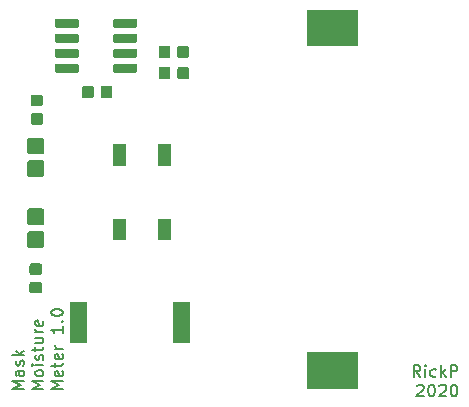
<source format=gbr>
G04 #@! TF.GenerationSoftware,KiCad,Pcbnew,(5.1.4-0-10_14)*
G04 #@! TF.CreationDate,2020-05-18T15:00:38+02:00*
G04 #@! TF.ProjectId,maskmeter,6d61736b-6d65-4746-9572-2e6b69636164,rev?*
G04 #@! TF.SameCoordinates,Original*
G04 #@! TF.FileFunction,Soldermask,Top*
G04 #@! TF.FilePolarity,Negative*
%FSLAX46Y46*%
G04 Gerber Fmt 4.6, Leading zero omitted, Abs format (unit mm)*
G04 Created by KiCad (PCBNEW (5.1.4-0-10_14)) date 2020-05-18 15:00:38*
%MOMM*%
%LPD*%
G04 APERTURE LIST*
%ADD10C,0.150000*%
%ADD11C,0.100000*%
G04 APERTURE END LIST*
D10*
X136569166Y-105627380D02*
X136235833Y-105151190D01*
X135997738Y-105627380D02*
X135997738Y-104627380D01*
X136378690Y-104627380D01*
X136473928Y-104675000D01*
X136521547Y-104722619D01*
X136569166Y-104817857D01*
X136569166Y-104960714D01*
X136521547Y-105055952D01*
X136473928Y-105103571D01*
X136378690Y-105151190D01*
X135997738Y-105151190D01*
X136997738Y-105627380D02*
X136997738Y-104960714D01*
X136997738Y-104627380D02*
X136950119Y-104675000D01*
X136997738Y-104722619D01*
X137045357Y-104675000D01*
X136997738Y-104627380D01*
X136997738Y-104722619D01*
X137902500Y-105579761D02*
X137807261Y-105627380D01*
X137616785Y-105627380D01*
X137521547Y-105579761D01*
X137473928Y-105532142D01*
X137426309Y-105436904D01*
X137426309Y-105151190D01*
X137473928Y-105055952D01*
X137521547Y-105008333D01*
X137616785Y-104960714D01*
X137807261Y-104960714D01*
X137902500Y-105008333D01*
X138331071Y-105627380D02*
X138331071Y-104627380D01*
X138426309Y-105246428D02*
X138712023Y-105627380D01*
X138712023Y-104960714D02*
X138331071Y-105341666D01*
X139140595Y-105627380D02*
X139140595Y-104627380D01*
X139521547Y-104627380D01*
X139616785Y-104675000D01*
X139664404Y-104722619D01*
X139712023Y-104817857D01*
X139712023Y-104960714D01*
X139664404Y-105055952D01*
X139616785Y-105103571D01*
X139521547Y-105151190D01*
X139140595Y-105151190D01*
X136283452Y-106372619D02*
X136331071Y-106325000D01*
X136426309Y-106277380D01*
X136664404Y-106277380D01*
X136759642Y-106325000D01*
X136807261Y-106372619D01*
X136854880Y-106467857D01*
X136854880Y-106563095D01*
X136807261Y-106705952D01*
X136235833Y-107277380D01*
X136854880Y-107277380D01*
X137473928Y-106277380D02*
X137569166Y-106277380D01*
X137664404Y-106325000D01*
X137712023Y-106372619D01*
X137759642Y-106467857D01*
X137807261Y-106658333D01*
X137807261Y-106896428D01*
X137759642Y-107086904D01*
X137712023Y-107182142D01*
X137664404Y-107229761D01*
X137569166Y-107277380D01*
X137473928Y-107277380D01*
X137378690Y-107229761D01*
X137331071Y-107182142D01*
X137283452Y-107086904D01*
X137235833Y-106896428D01*
X137235833Y-106658333D01*
X137283452Y-106467857D01*
X137331071Y-106372619D01*
X137378690Y-106325000D01*
X137473928Y-106277380D01*
X138188214Y-106372619D02*
X138235833Y-106325000D01*
X138331071Y-106277380D01*
X138569166Y-106277380D01*
X138664404Y-106325000D01*
X138712023Y-106372619D01*
X138759642Y-106467857D01*
X138759642Y-106563095D01*
X138712023Y-106705952D01*
X138140595Y-107277380D01*
X138759642Y-107277380D01*
X139378690Y-106277380D02*
X139473928Y-106277380D01*
X139569166Y-106325000D01*
X139616785Y-106372619D01*
X139664404Y-106467857D01*
X139712023Y-106658333D01*
X139712023Y-106896428D01*
X139664404Y-107086904D01*
X139616785Y-107182142D01*
X139569166Y-107229761D01*
X139473928Y-107277380D01*
X139378690Y-107277380D01*
X139283452Y-107229761D01*
X139235833Y-107182142D01*
X139188214Y-107086904D01*
X139140595Y-106896428D01*
X139140595Y-106658333D01*
X139188214Y-106467857D01*
X139235833Y-106372619D01*
X139283452Y-106325000D01*
X139378690Y-106277380D01*
X103002380Y-106664404D02*
X102002380Y-106664404D01*
X102716666Y-106331071D01*
X102002380Y-105997738D01*
X103002380Y-105997738D01*
X103002380Y-105092976D02*
X102478571Y-105092976D01*
X102383333Y-105140595D01*
X102335714Y-105235833D01*
X102335714Y-105426309D01*
X102383333Y-105521547D01*
X102954761Y-105092976D02*
X103002380Y-105188214D01*
X103002380Y-105426309D01*
X102954761Y-105521547D01*
X102859523Y-105569166D01*
X102764285Y-105569166D01*
X102669047Y-105521547D01*
X102621428Y-105426309D01*
X102621428Y-105188214D01*
X102573809Y-105092976D01*
X102954761Y-104664404D02*
X103002380Y-104569166D01*
X103002380Y-104378690D01*
X102954761Y-104283452D01*
X102859523Y-104235833D01*
X102811904Y-104235833D01*
X102716666Y-104283452D01*
X102669047Y-104378690D01*
X102669047Y-104521547D01*
X102621428Y-104616785D01*
X102526190Y-104664404D01*
X102478571Y-104664404D01*
X102383333Y-104616785D01*
X102335714Y-104521547D01*
X102335714Y-104378690D01*
X102383333Y-104283452D01*
X103002380Y-103807261D02*
X102002380Y-103807261D01*
X102621428Y-103712023D02*
X103002380Y-103426309D01*
X102335714Y-103426309D02*
X102716666Y-103807261D01*
X104652380Y-106664404D02*
X103652380Y-106664404D01*
X104366666Y-106331071D01*
X103652380Y-105997738D01*
X104652380Y-105997738D01*
X104652380Y-105378690D02*
X104604761Y-105473928D01*
X104557142Y-105521547D01*
X104461904Y-105569166D01*
X104176190Y-105569166D01*
X104080952Y-105521547D01*
X104033333Y-105473928D01*
X103985714Y-105378690D01*
X103985714Y-105235833D01*
X104033333Y-105140595D01*
X104080952Y-105092976D01*
X104176190Y-105045357D01*
X104461904Y-105045357D01*
X104557142Y-105092976D01*
X104604761Y-105140595D01*
X104652380Y-105235833D01*
X104652380Y-105378690D01*
X104652380Y-104616785D02*
X103985714Y-104616785D01*
X103652380Y-104616785D02*
X103700000Y-104664404D01*
X103747619Y-104616785D01*
X103700000Y-104569166D01*
X103652380Y-104616785D01*
X103747619Y-104616785D01*
X104604761Y-104188214D02*
X104652380Y-104092976D01*
X104652380Y-103902500D01*
X104604761Y-103807261D01*
X104509523Y-103759642D01*
X104461904Y-103759642D01*
X104366666Y-103807261D01*
X104319047Y-103902500D01*
X104319047Y-104045357D01*
X104271428Y-104140595D01*
X104176190Y-104188214D01*
X104128571Y-104188214D01*
X104033333Y-104140595D01*
X103985714Y-104045357D01*
X103985714Y-103902500D01*
X104033333Y-103807261D01*
X103985714Y-103473928D02*
X103985714Y-103092976D01*
X103652380Y-103331071D02*
X104509523Y-103331071D01*
X104604761Y-103283452D01*
X104652380Y-103188214D01*
X104652380Y-103092976D01*
X103985714Y-102331071D02*
X104652380Y-102331071D01*
X103985714Y-102759642D02*
X104509523Y-102759642D01*
X104604761Y-102712023D01*
X104652380Y-102616785D01*
X104652380Y-102473928D01*
X104604761Y-102378690D01*
X104557142Y-102331071D01*
X104652380Y-101854880D02*
X103985714Y-101854880D01*
X104176190Y-101854880D02*
X104080952Y-101807261D01*
X104033333Y-101759642D01*
X103985714Y-101664404D01*
X103985714Y-101569166D01*
X104604761Y-100854880D02*
X104652380Y-100950119D01*
X104652380Y-101140595D01*
X104604761Y-101235833D01*
X104509523Y-101283452D01*
X104128571Y-101283452D01*
X104033333Y-101235833D01*
X103985714Y-101140595D01*
X103985714Y-100950119D01*
X104033333Y-100854880D01*
X104128571Y-100807261D01*
X104223809Y-100807261D01*
X104319047Y-101283452D01*
X106302380Y-106664404D02*
X105302380Y-106664404D01*
X106016666Y-106331071D01*
X105302380Y-105997738D01*
X106302380Y-105997738D01*
X106254761Y-105140595D02*
X106302380Y-105235833D01*
X106302380Y-105426309D01*
X106254761Y-105521547D01*
X106159523Y-105569166D01*
X105778571Y-105569166D01*
X105683333Y-105521547D01*
X105635714Y-105426309D01*
X105635714Y-105235833D01*
X105683333Y-105140595D01*
X105778571Y-105092976D01*
X105873809Y-105092976D01*
X105969047Y-105569166D01*
X105635714Y-104807261D02*
X105635714Y-104426309D01*
X105302380Y-104664404D02*
X106159523Y-104664404D01*
X106254761Y-104616785D01*
X106302380Y-104521547D01*
X106302380Y-104426309D01*
X106254761Y-103712023D02*
X106302380Y-103807261D01*
X106302380Y-103997738D01*
X106254761Y-104092976D01*
X106159523Y-104140595D01*
X105778571Y-104140595D01*
X105683333Y-104092976D01*
X105635714Y-103997738D01*
X105635714Y-103807261D01*
X105683333Y-103712023D01*
X105778571Y-103664404D01*
X105873809Y-103664404D01*
X105969047Y-104140595D01*
X106302380Y-103235833D02*
X105635714Y-103235833D01*
X105826190Y-103235833D02*
X105730952Y-103188214D01*
X105683333Y-103140595D01*
X105635714Y-103045357D01*
X105635714Y-102950119D01*
X106302380Y-101331071D02*
X106302380Y-101902500D01*
X106302380Y-101616785D02*
X105302380Y-101616785D01*
X105445238Y-101712023D01*
X105540476Y-101807261D01*
X105588095Y-101902500D01*
X106207142Y-100902500D02*
X106254761Y-100854880D01*
X106302380Y-100902500D01*
X106254761Y-100950119D01*
X106207142Y-100902500D01*
X106302380Y-100902500D01*
X105302380Y-100235833D02*
X105302380Y-100140595D01*
X105350000Y-100045357D01*
X105397619Y-99997738D01*
X105492857Y-99950119D01*
X105683333Y-99902500D01*
X105921428Y-99902500D01*
X106111904Y-99950119D01*
X106207142Y-99997738D01*
X106254761Y-100045357D01*
X106302380Y-100140595D01*
X106302380Y-100235833D01*
X106254761Y-100331071D01*
X106207142Y-100378690D01*
X106111904Y-100426309D01*
X105921428Y-100473928D01*
X105683333Y-100473928D01*
X105492857Y-100426309D01*
X105397619Y-100378690D01*
X105350000Y-100331071D01*
X105302380Y-100235833D01*
D11*
G36*
X131251000Y-106651000D02*
G01*
X126949000Y-106651000D01*
X126949000Y-103549000D01*
X131251000Y-103549000D01*
X131251000Y-106651000D01*
X131251000Y-106651000D01*
G37*
G36*
X108351000Y-102751000D02*
G01*
X106949000Y-102751000D01*
X106949000Y-99249000D01*
X108351000Y-99249000D01*
X108351000Y-102751000D01*
X108351000Y-102751000D01*
G37*
G36*
X117051000Y-102751000D02*
G01*
X115649000Y-102751000D01*
X115649000Y-99249000D01*
X117051000Y-99249000D01*
X117051000Y-102751000D01*
X117051000Y-102751000D01*
G37*
G36*
X104379591Y-97590585D02*
G01*
X104413569Y-97600893D01*
X104444890Y-97617634D01*
X104472339Y-97640161D01*
X104494866Y-97667610D01*
X104511607Y-97698931D01*
X104521915Y-97732909D01*
X104526000Y-97774390D01*
X104526000Y-98375610D01*
X104521915Y-98417091D01*
X104511607Y-98451069D01*
X104494866Y-98482390D01*
X104472339Y-98509839D01*
X104444890Y-98532366D01*
X104413569Y-98549107D01*
X104379591Y-98559415D01*
X104338110Y-98563500D01*
X103661890Y-98563500D01*
X103620409Y-98559415D01*
X103586431Y-98549107D01*
X103555110Y-98532366D01*
X103527661Y-98509839D01*
X103505134Y-98482390D01*
X103488393Y-98451069D01*
X103478085Y-98417091D01*
X103474000Y-98375610D01*
X103474000Y-97774390D01*
X103478085Y-97732909D01*
X103488393Y-97698931D01*
X103505134Y-97667610D01*
X103527661Y-97640161D01*
X103555110Y-97617634D01*
X103586431Y-97600893D01*
X103620409Y-97590585D01*
X103661890Y-97586500D01*
X104338110Y-97586500D01*
X104379591Y-97590585D01*
X104379591Y-97590585D01*
G37*
G36*
X104379591Y-96015585D02*
G01*
X104413569Y-96025893D01*
X104444890Y-96042634D01*
X104472339Y-96065161D01*
X104494866Y-96092610D01*
X104511607Y-96123931D01*
X104521915Y-96157909D01*
X104526000Y-96199390D01*
X104526000Y-96800610D01*
X104521915Y-96842091D01*
X104511607Y-96876069D01*
X104494866Y-96907390D01*
X104472339Y-96934839D01*
X104444890Y-96957366D01*
X104413569Y-96974107D01*
X104379591Y-96984415D01*
X104338110Y-96988500D01*
X103661890Y-96988500D01*
X103620409Y-96984415D01*
X103586431Y-96974107D01*
X103555110Y-96957366D01*
X103527661Y-96934839D01*
X103505134Y-96907390D01*
X103488393Y-96876069D01*
X103478085Y-96842091D01*
X103474000Y-96800610D01*
X103474000Y-96199390D01*
X103478085Y-96157909D01*
X103488393Y-96123931D01*
X103505134Y-96092610D01*
X103527661Y-96065161D01*
X103555110Y-96042634D01*
X103586431Y-96025893D01*
X103620409Y-96015585D01*
X103661890Y-96011500D01*
X104338110Y-96011500D01*
X104379591Y-96015585D01*
X104379591Y-96015585D01*
G37*
G36*
X104545781Y-93290795D02*
G01*
X104581816Y-93301727D01*
X104615024Y-93319477D01*
X104644134Y-93343366D01*
X104668023Y-93372476D01*
X104685773Y-93405684D01*
X104696705Y-93441719D01*
X104701000Y-93485331D01*
X104701000Y-94514669D01*
X104696705Y-94558281D01*
X104685773Y-94594316D01*
X104668023Y-94627524D01*
X104644134Y-94656634D01*
X104615024Y-94680523D01*
X104581816Y-94698273D01*
X104545781Y-94709205D01*
X104502169Y-94713500D01*
X103497831Y-94713500D01*
X103454219Y-94709205D01*
X103418184Y-94698273D01*
X103384976Y-94680523D01*
X103355866Y-94656634D01*
X103331977Y-94627524D01*
X103314227Y-94594316D01*
X103303295Y-94558281D01*
X103299000Y-94514669D01*
X103299000Y-93485331D01*
X103303295Y-93441719D01*
X103314227Y-93405684D01*
X103331977Y-93372476D01*
X103355866Y-93343366D01*
X103384976Y-93319477D01*
X103418184Y-93301727D01*
X103454219Y-93290795D01*
X103497831Y-93286500D01*
X104502169Y-93286500D01*
X104545781Y-93290795D01*
X104545781Y-93290795D01*
G37*
G36*
X115451000Y-94051000D02*
G01*
X114349000Y-94051000D01*
X114349000Y-92249000D01*
X115451000Y-92249000D01*
X115451000Y-94051000D01*
X115451000Y-94051000D01*
G37*
G36*
X111651000Y-94051000D02*
G01*
X110549000Y-94051000D01*
X110549000Y-92249000D01*
X111651000Y-92249000D01*
X111651000Y-94051000D01*
X111651000Y-94051000D01*
G37*
G36*
X104545781Y-91365795D02*
G01*
X104581816Y-91376727D01*
X104615024Y-91394477D01*
X104644134Y-91418366D01*
X104668023Y-91447476D01*
X104685773Y-91480684D01*
X104696705Y-91516719D01*
X104701000Y-91560331D01*
X104701000Y-92589669D01*
X104696705Y-92633281D01*
X104685773Y-92669316D01*
X104668023Y-92702524D01*
X104644134Y-92731634D01*
X104615024Y-92755523D01*
X104581816Y-92773273D01*
X104545781Y-92784205D01*
X104502169Y-92788500D01*
X103497831Y-92788500D01*
X103454219Y-92784205D01*
X103418184Y-92773273D01*
X103384976Y-92755523D01*
X103355866Y-92731634D01*
X103331977Y-92702524D01*
X103314227Y-92669316D01*
X103303295Y-92633281D01*
X103299000Y-92589669D01*
X103299000Y-91560331D01*
X103303295Y-91516719D01*
X103314227Y-91480684D01*
X103331977Y-91447476D01*
X103355866Y-91418366D01*
X103384976Y-91394477D01*
X103418184Y-91376727D01*
X103454219Y-91365795D01*
X103497831Y-91361500D01*
X104502169Y-91361500D01*
X104545781Y-91365795D01*
X104545781Y-91365795D01*
G37*
G36*
X104545781Y-87290795D02*
G01*
X104581816Y-87301727D01*
X104615024Y-87319477D01*
X104644134Y-87343366D01*
X104668023Y-87372476D01*
X104685773Y-87405684D01*
X104696705Y-87441719D01*
X104701000Y-87485331D01*
X104701000Y-88514669D01*
X104696705Y-88558281D01*
X104685773Y-88594316D01*
X104668023Y-88627524D01*
X104644134Y-88656634D01*
X104615024Y-88680523D01*
X104581816Y-88698273D01*
X104545781Y-88709205D01*
X104502169Y-88713500D01*
X103497831Y-88713500D01*
X103454219Y-88709205D01*
X103418184Y-88698273D01*
X103384976Y-88680523D01*
X103355866Y-88656634D01*
X103331977Y-88627524D01*
X103314227Y-88594316D01*
X103303295Y-88558281D01*
X103299000Y-88514669D01*
X103299000Y-87485331D01*
X103303295Y-87441719D01*
X103314227Y-87405684D01*
X103331977Y-87372476D01*
X103355866Y-87343366D01*
X103384976Y-87319477D01*
X103418184Y-87301727D01*
X103454219Y-87290795D01*
X103497831Y-87286500D01*
X104502169Y-87286500D01*
X104545781Y-87290795D01*
X104545781Y-87290795D01*
G37*
G36*
X115451000Y-87751000D02*
G01*
X114349000Y-87751000D01*
X114349000Y-85949000D01*
X115451000Y-85949000D01*
X115451000Y-87751000D01*
X115451000Y-87751000D01*
G37*
G36*
X111651000Y-87751000D02*
G01*
X110549000Y-87751000D01*
X110549000Y-85949000D01*
X111651000Y-85949000D01*
X111651000Y-87751000D01*
X111651000Y-87751000D01*
G37*
G36*
X104545781Y-85365795D02*
G01*
X104581816Y-85376727D01*
X104615024Y-85394477D01*
X104644134Y-85418366D01*
X104668023Y-85447476D01*
X104685773Y-85480684D01*
X104696705Y-85516719D01*
X104701000Y-85560331D01*
X104701000Y-86589669D01*
X104696705Y-86633281D01*
X104685773Y-86669316D01*
X104668023Y-86702524D01*
X104644134Y-86731634D01*
X104615024Y-86755523D01*
X104581816Y-86773273D01*
X104545781Y-86784205D01*
X104502169Y-86788500D01*
X103497831Y-86788500D01*
X103454219Y-86784205D01*
X103418184Y-86773273D01*
X103384976Y-86755523D01*
X103355866Y-86731634D01*
X103331977Y-86702524D01*
X103314227Y-86669316D01*
X103303295Y-86633281D01*
X103299000Y-86589669D01*
X103299000Y-85560331D01*
X103303295Y-85516719D01*
X103314227Y-85480684D01*
X103331977Y-85447476D01*
X103355866Y-85418366D01*
X103384976Y-85394477D01*
X103418184Y-85376727D01*
X103454219Y-85365795D01*
X103497831Y-85361500D01*
X104502169Y-85361500D01*
X104545781Y-85365795D01*
X104545781Y-85365795D01*
G37*
G36*
X104479591Y-83303085D02*
G01*
X104513569Y-83313393D01*
X104544890Y-83330134D01*
X104572339Y-83352661D01*
X104594866Y-83380110D01*
X104611607Y-83411431D01*
X104621915Y-83445409D01*
X104626000Y-83486890D01*
X104626000Y-84088110D01*
X104621915Y-84129591D01*
X104611607Y-84163569D01*
X104594866Y-84194890D01*
X104572339Y-84222339D01*
X104544890Y-84244866D01*
X104513569Y-84261607D01*
X104479591Y-84271915D01*
X104438110Y-84276000D01*
X103761890Y-84276000D01*
X103720409Y-84271915D01*
X103686431Y-84261607D01*
X103655110Y-84244866D01*
X103627661Y-84222339D01*
X103605134Y-84194890D01*
X103588393Y-84163569D01*
X103578085Y-84129591D01*
X103574000Y-84088110D01*
X103574000Y-83486890D01*
X103578085Y-83445409D01*
X103588393Y-83411431D01*
X103605134Y-83380110D01*
X103627661Y-83352661D01*
X103655110Y-83330134D01*
X103686431Y-83313393D01*
X103720409Y-83303085D01*
X103761890Y-83299000D01*
X104438110Y-83299000D01*
X104479591Y-83303085D01*
X104479591Y-83303085D01*
G37*
G36*
X104479591Y-81728085D02*
G01*
X104513569Y-81738393D01*
X104544890Y-81755134D01*
X104572339Y-81777661D01*
X104594866Y-81805110D01*
X104611607Y-81836431D01*
X104621915Y-81870409D01*
X104626000Y-81911890D01*
X104626000Y-82513110D01*
X104621915Y-82554591D01*
X104611607Y-82588569D01*
X104594866Y-82619890D01*
X104572339Y-82647339D01*
X104544890Y-82669866D01*
X104513569Y-82686607D01*
X104479591Y-82696915D01*
X104438110Y-82701000D01*
X103761890Y-82701000D01*
X103720409Y-82696915D01*
X103686431Y-82686607D01*
X103655110Y-82669866D01*
X103627661Y-82647339D01*
X103605134Y-82619890D01*
X103588393Y-82588569D01*
X103578085Y-82554591D01*
X103574000Y-82513110D01*
X103574000Y-81911890D01*
X103578085Y-81870409D01*
X103588393Y-81836431D01*
X103605134Y-81805110D01*
X103627661Y-81777661D01*
X103655110Y-81755134D01*
X103686431Y-81738393D01*
X103720409Y-81728085D01*
X103761890Y-81724000D01*
X104438110Y-81724000D01*
X104479591Y-81728085D01*
X104479591Y-81728085D01*
G37*
G36*
X110329591Y-80978085D02*
G01*
X110363569Y-80988393D01*
X110394890Y-81005134D01*
X110422339Y-81027661D01*
X110444866Y-81055110D01*
X110461607Y-81086431D01*
X110471915Y-81120409D01*
X110476000Y-81161890D01*
X110476000Y-81838110D01*
X110471915Y-81879591D01*
X110461607Y-81913569D01*
X110444866Y-81944890D01*
X110422339Y-81972339D01*
X110394890Y-81994866D01*
X110363569Y-82011607D01*
X110329591Y-82021915D01*
X110288110Y-82026000D01*
X109686890Y-82026000D01*
X109645409Y-82021915D01*
X109611431Y-82011607D01*
X109580110Y-81994866D01*
X109552661Y-81972339D01*
X109530134Y-81944890D01*
X109513393Y-81913569D01*
X109503085Y-81879591D01*
X109499000Y-81838110D01*
X109499000Y-81161890D01*
X109503085Y-81120409D01*
X109513393Y-81086431D01*
X109530134Y-81055110D01*
X109552661Y-81027661D01*
X109580110Y-81005134D01*
X109611431Y-80988393D01*
X109645409Y-80978085D01*
X109686890Y-80974000D01*
X110288110Y-80974000D01*
X110329591Y-80978085D01*
X110329591Y-80978085D01*
G37*
G36*
X108754591Y-80978085D02*
G01*
X108788569Y-80988393D01*
X108819890Y-81005134D01*
X108847339Y-81027661D01*
X108869866Y-81055110D01*
X108886607Y-81086431D01*
X108896915Y-81120409D01*
X108901000Y-81161890D01*
X108901000Y-81838110D01*
X108896915Y-81879591D01*
X108886607Y-81913569D01*
X108869866Y-81944890D01*
X108847339Y-81972339D01*
X108819890Y-81994866D01*
X108788569Y-82011607D01*
X108754591Y-82021915D01*
X108713110Y-82026000D01*
X108111890Y-82026000D01*
X108070409Y-82021915D01*
X108036431Y-82011607D01*
X108005110Y-81994866D01*
X107977661Y-81972339D01*
X107955134Y-81944890D01*
X107938393Y-81913569D01*
X107928085Y-81879591D01*
X107924000Y-81838110D01*
X107924000Y-81161890D01*
X107928085Y-81120409D01*
X107938393Y-81086431D01*
X107955134Y-81055110D01*
X107977661Y-81027661D01*
X108005110Y-81005134D01*
X108036431Y-80988393D01*
X108070409Y-80978085D01*
X108111890Y-80974000D01*
X108713110Y-80974000D01*
X108754591Y-80978085D01*
X108754591Y-80978085D01*
G37*
G36*
X115254591Y-79378085D02*
G01*
X115288569Y-79388393D01*
X115319890Y-79405134D01*
X115347339Y-79427661D01*
X115369866Y-79455110D01*
X115386607Y-79486431D01*
X115396915Y-79520409D01*
X115401000Y-79561890D01*
X115401000Y-80238110D01*
X115396915Y-80279591D01*
X115386607Y-80313569D01*
X115369866Y-80344890D01*
X115347339Y-80372339D01*
X115319890Y-80394866D01*
X115288569Y-80411607D01*
X115254591Y-80421915D01*
X115213110Y-80426000D01*
X114611890Y-80426000D01*
X114570409Y-80421915D01*
X114536431Y-80411607D01*
X114505110Y-80394866D01*
X114477661Y-80372339D01*
X114455134Y-80344890D01*
X114438393Y-80313569D01*
X114428085Y-80279591D01*
X114424000Y-80238110D01*
X114424000Y-79561890D01*
X114428085Y-79520409D01*
X114438393Y-79486431D01*
X114455134Y-79455110D01*
X114477661Y-79427661D01*
X114505110Y-79405134D01*
X114536431Y-79388393D01*
X114570409Y-79378085D01*
X114611890Y-79374000D01*
X115213110Y-79374000D01*
X115254591Y-79378085D01*
X115254591Y-79378085D01*
G37*
G36*
X116829591Y-79378085D02*
G01*
X116863569Y-79388393D01*
X116894890Y-79405134D01*
X116922339Y-79427661D01*
X116944866Y-79455110D01*
X116961607Y-79486431D01*
X116971915Y-79520409D01*
X116976000Y-79561890D01*
X116976000Y-80238110D01*
X116971915Y-80279591D01*
X116961607Y-80313569D01*
X116944866Y-80344890D01*
X116922339Y-80372339D01*
X116894890Y-80394866D01*
X116863569Y-80411607D01*
X116829591Y-80421915D01*
X116788110Y-80426000D01*
X116186890Y-80426000D01*
X116145409Y-80421915D01*
X116111431Y-80411607D01*
X116080110Y-80394866D01*
X116052661Y-80372339D01*
X116030134Y-80344890D01*
X116013393Y-80313569D01*
X116003085Y-80279591D01*
X115999000Y-80238110D01*
X115999000Y-79561890D01*
X116003085Y-79520409D01*
X116013393Y-79486431D01*
X116030134Y-79455110D01*
X116052661Y-79427661D01*
X116080110Y-79405134D01*
X116111431Y-79388393D01*
X116145409Y-79378085D01*
X116186890Y-79374000D01*
X116788110Y-79374000D01*
X116829591Y-79378085D01*
X116829591Y-79378085D01*
G37*
G36*
X112509928Y-79156764D02*
G01*
X112531009Y-79163160D01*
X112550445Y-79173548D01*
X112567476Y-79187524D01*
X112581452Y-79204555D01*
X112591840Y-79223991D01*
X112598236Y-79245072D01*
X112601000Y-79273140D01*
X112601000Y-79736860D01*
X112598236Y-79764928D01*
X112591840Y-79786009D01*
X112581452Y-79805445D01*
X112567476Y-79822476D01*
X112550445Y-79836452D01*
X112531009Y-79846840D01*
X112509928Y-79853236D01*
X112481860Y-79856000D01*
X110668140Y-79856000D01*
X110640072Y-79853236D01*
X110618991Y-79846840D01*
X110599555Y-79836452D01*
X110582524Y-79822476D01*
X110568548Y-79805445D01*
X110558160Y-79786009D01*
X110551764Y-79764928D01*
X110549000Y-79736860D01*
X110549000Y-79273140D01*
X110551764Y-79245072D01*
X110558160Y-79223991D01*
X110568548Y-79204555D01*
X110582524Y-79187524D01*
X110599555Y-79173548D01*
X110618991Y-79163160D01*
X110640072Y-79156764D01*
X110668140Y-79154000D01*
X112481860Y-79154000D01*
X112509928Y-79156764D01*
X112509928Y-79156764D01*
G37*
G36*
X107559928Y-79156764D02*
G01*
X107581009Y-79163160D01*
X107600445Y-79173548D01*
X107617476Y-79187524D01*
X107631452Y-79204555D01*
X107641840Y-79223991D01*
X107648236Y-79245072D01*
X107651000Y-79273140D01*
X107651000Y-79736860D01*
X107648236Y-79764928D01*
X107641840Y-79786009D01*
X107631452Y-79805445D01*
X107617476Y-79822476D01*
X107600445Y-79836452D01*
X107581009Y-79846840D01*
X107559928Y-79853236D01*
X107531860Y-79856000D01*
X105718140Y-79856000D01*
X105690072Y-79853236D01*
X105668991Y-79846840D01*
X105649555Y-79836452D01*
X105632524Y-79822476D01*
X105618548Y-79805445D01*
X105608160Y-79786009D01*
X105601764Y-79764928D01*
X105599000Y-79736860D01*
X105599000Y-79273140D01*
X105601764Y-79245072D01*
X105608160Y-79223991D01*
X105618548Y-79204555D01*
X105632524Y-79187524D01*
X105649555Y-79173548D01*
X105668991Y-79163160D01*
X105690072Y-79156764D01*
X105718140Y-79154000D01*
X107531860Y-79154000D01*
X107559928Y-79156764D01*
X107559928Y-79156764D01*
G37*
G36*
X116829591Y-77578085D02*
G01*
X116863569Y-77588393D01*
X116894890Y-77605134D01*
X116922339Y-77627661D01*
X116944866Y-77655110D01*
X116961607Y-77686431D01*
X116971915Y-77720409D01*
X116976000Y-77761890D01*
X116976000Y-78438110D01*
X116971915Y-78479591D01*
X116961607Y-78513569D01*
X116944866Y-78544890D01*
X116922339Y-78572339D01*
X116894890Y-78594866D01*
X116863569Y-78611607D01*
X116829591Y-78621915D01*
X116788110Y-78626000D01*
X116186890Y-78626000D01*
X116145409Y-78621915D01*
X116111431Y-78611607D01*
X116080110Y-78594866D01*
X116052661Y-78572339D01*
X116030134Y-78544890D01*
X116013393Y-78513569D01*
X116003085Y-78479591D01*
X115999000Y-78438110D01*
X115999000Y-77761890D01*
X116003085Y-77720409D01*
X116013393Y-77686431D01*
X116030134Y-77655110D01*
X116052661Y-77627661D01*
X116080110Y-77605134D01*
X116111431Y-77588393D01*
X116145409Y-77578085D01*
X116186890Y-77574000D01*
X116788110Y-77574000D01*
X116829591Y-77578085D01*
X116829591Y-77578085D01*
G37*
G36*
X115254591Y-77578085D02*
G01*
X115288569Y-77588393D01*
X115319890Y-77605134D01*
X115347339Y-77627661D01*
X115369866Y-77655110D01*
X115386607Y-77686431D01*
X115396915Y-77720409D01*
X115401000Y-77761890D01*
X115401000Y-78438110D01*
X115396915Y-78479591D01*
X115386607Y-78513569D01*
X115369866Y-78544890D01*
X115347339Y-78572339D01*
X115319890Y-78594866D01*
X115288569Y-78611607D01*
X115254591Y-78621915D01*
X115213110Y-78626000D01*
X114611890Y-78626000D01*
X114570409Y-78621915D01*
X114536431Y-78611607D01*
X114505110Y-78594866D01*
X114477661Y-78572339D01*
X114455134Y-78544890D01*
X114438393Y-78513569D01*
X114428085Y-78479591D01*
X114424000Y-78438110D01*
X114424000Y-77761890D01*
X114428085Y-77720409D01*
X114438393Y-77686431D01*
X114455134Y-77655110D01*
X114477661Y-77627661D01*
X114505110Y-77605134D01*
X114536431Y-77588393D01*
X114570409Y-77578085D01*
X114611890Y-77574000D01*
X115213110Y-77574000D01*
X115254591Y-77578085D01*
X115254591Y-77578085D01*
G37*
G36*
X112509928Y-77886764D02*
G01*
X112531009Y-77893160D01*
X112550445Y-77903548D01*
X112567476Y-77917524D01*
X112581452Y-77934555D01*
X112591840Y-77953991D01*
X112598236Y-77975072D01*
X112601000Y-78003140D01*
X112601000Y-78466860D01*
X112598236Y-78494928D01*
X112591840Y-78516009D01*
X112581452Y-78535445D01*
X112567476Y-78552476D01*
X112550445Y-78566452D01*
X112531009Y-78576840D01*
X112509928Y-78583236D01*
X112481860Y-78586000D01*
X110668140Y-78586000D01*
X110640072Y-78583236D01*
X110618991Y-78576840D01*
X110599555Y-78566452D01*
X110582524Y-78552476D01*
X110568548Y-78535445D01*
X110558160Y-78516009D01*
X110551764Y-78494928D01*
X110549000Y-78466860D01*
X110549000Y-78003140D01*
X110551764Y-77975072D01*
X110558160Y-77953991D01*
X110568548Y-77934555D01*
X110582524Y-77917524D01*
X110599555Y-77903548D01*
X110618991Y-77893160D01*
X110640072Y-77886764D01*
X110668140Y-77884000D01*
X112481860Y-77884000D01*
X112509928Y-77886764D01*
X112509928Y-77886764D01*
G37*
G36*
X107559928Y-77886764D02*
G01*
X107581009Y-77893160D01*
X107600445Y-77903548D01*
X107617476Y-77917524D01*
X107631452Y-77934555D01*
X107641840Y-77953991D01*
X107648236Y-77975072D01*
X107651000Y-78003140D01*
X107651000Y-78466860D01*
X107648236Y-78494928D01*
X107641840Y-78516009D01*
X107631452Y-78535445D01*
X107617476Y-78552476D01*
X107600445Y-78566452D01*
X107581009Y-78576840D01*
X107559928Y-78583236D01*
X107531860Y-78586000D01*
X105718140Y-78586000D01*
X105690072Y-78583236D01*
X105668991Y-78576840D01*
X105649555Y-78566452D01*
X105632524Y-78552476D01*
X105618548Y-78535445D01*
X105608160Y-78516009D01*
X105601764Y-78494928D01*
X105599000Y-78466860D01*
X105599000Y-78003140D01*
X105601764Y-77975072D01*
X105608160Y-77953991D01*
X105618548Y-77934555D01*
X105632524Y-77917524D01*
X105649555Y-77903548D01*
X105668991Y-77893160D01*
X105690072Y-77886764D01*
X105718140Y-77884000D01*
X107531860Y-77884000D01*
X107559928Y-77886764D01*
X107559928Y-77886764D01*
G37*
G36*
X131251000Y-77651000D02*
G01*
X126949000Y-77651000D01*
X126949000Y-74549000D01*
X131251000Y-74549000D01*
X131251000Y-77651000D01*
X131251000Y-77651000D01*
G37*
G36*
X112509928Y-76616764D02*
G01*
X112531009Y-76623160D01*
X112550445Y-76633548D01*
X112567476Y-76647524D01*
X112581452Y-76664555D01*
X112591840Y-76683991D01*
X112598236Y-76705072D01*
X112601000Y-76733140D01*
X112601000Y-77196860D01*
X112598236Y-77224928D01*
X112591840Y-77246009D01*
X112581452Y-77265445D01*
X112567476Y-77282476D01*
X112550445Y-77296452D01*
X112531009Y-77306840D01*
X112509928Y-77313236D01*
X112481860Y-77316000D01*
X110668140Y-77316000D01*
X110640072Y-77313236D01*
X110618991Y-77306840D01*
X110599555Y-77296452D01*
X110582524Y-77282476D01*
X110568548Y-77265445D01*
X110558160Y-77246009D01*
X110551764Y-77224928D01*
X110549000Y-77196860D01*
X110549000Y-76733140D01*
X110551764Y-76705072D01*
X110558160Y-76683991D01*
X110568548Y-76664555D01*
X110582524Y-76647524D01*
X110599555Y-76633548D01*
X110618991Y-76623160D01*
X110640072Y-76616764D01*
X110668140Y-76614000D01*
X112481860Y-76614000D01*
X112509928Y-76616764D01*
X112509928Y-76616764D01*
G37*
G36*
X107559928Y-76616764D02*
G01*
X107581009Y-76623160D01*
X107600445Y-76633548D01*
X107617476Y-76647524D01*
X107631452Y-76664555D01*
X107641840Y-76683991D01*
X107648236Y-76705072D01*
X107651000Y-76733140D01*
X107651000Y-77196860D01*
X107648236Y-77224928D01*
X107641840Y-77246009D01*
X107631452Y-77265445D01*
X107617476Y-77282476D01*
X107600445Y-77296452D01*
X107581009Y-77306840D01*
X107559928Y-77313236D01*
X107531860Y-77316000D01*
X105718140Y-77316000D01*
X105690072Y-77313236D01*
X105668991Y-77306840D01*
X105649555Y-77296452D01*
X105632524Y-77282476D01*
X105618548Y-77265445D01*
X105608160Y-77246009D01*
X105601764Y-77224928D01*
X105599000Y-77196860D01*
X105599000Y-76733140D01*
X105601764Y-76705072D01*
X105608160Y-76683991D01*
X105618548Y-76664555D01*
X105632524Y-76647524D01*
X105649555Y-76633548D01*
X105668991Y-76623160D01*
X105690072Y-76616764D01*
X105718140Y-76614000D01*
X107531860Y-76614000D01*
X107559928Y-76616764D01*
X107559928Y-76616764D01*
G37*
G36*
X107559928Y-75346764D02*
G01*
X107581009Y-75353160D01*
X107600445Y-75363548D01*
X107617476Y-75377524D01*
X107631452Y-75394555D01*
X107641840Y-75413991D01*
X107648236Y-75435072D01*
X107651000Y-75463140D01*
X107651000Y-75926860D01*
X107648236Y-75954928D01*
X107641840Y-75976009D01*
X107631452Y-75995445D01*
X107617476Y-76012476D01*
X107600445Y-76026452D01*
X107581009Y-76036840D01*
X107559928Y-76043236D01*
X107531860Y-76046000D01*
X105718140Y-76046000D01*
X105690072Y-76043236D01*
X105668991Y-76036840D01*
X105649555Y-76026452D01*
X105632524Y-76012476D01*
X105618548Y-75995445D01*
X105608160Y-75976009D01*
X105601764Y-75954928D01*
X105599000Y-75926860D01*
X105599000Y-75463140D01*
X105601764Y-75435072D01*
X105608160Y-75413991D01*
X105618548Y-75394555D01*
X105632524Y-75377524D01*
X105649555Y-75363548D01*
X105668991Y-75353160D01*
X105690072Y-75346764D01*
X105718140Y-75344000D01*
X107531860Y-75344000D01*
X107559928Y-75346764D01*
X107559928Y-75346764D01*
G37*
G36*
X112509928Y-75346764D02*
G01*
X112531009Y-75353160D01*
X112550445Y-75363548D01*
X112567476Y-75377524D01*
X112581452Y-75394555D01*
X112591840Y-75413991D01*
X112598236Y-75435072D01*
X112601000Y-75463140D01*
X112601000Y-75926860D01*
X112598236Y-75954928D01*
X112591840Y-75976009D01*
X112581452Y-75995445D01*
X112567476Y-76012476D01*
X112550445Y-76026452D01*
X112531009Y-76036840D01*
X112509928Y-76043236D01*
X112481860Y-76046000D01*
X110668140Y-76046000D01*
X110640072Y-76043236D01*
X110618991Y-76036840D01*
X110599555Y-76026452D01*
X110582524Y-76012476D01*
X110568548Y-75995445D01*
X110558160Y-75976009D01*
X110551764Y-75954928D01*
X110549000Y-75926860D01*
X110549000Y-75463140D01*
X110551764Y-75435072D01*
X110558160Y-75413991D01*
X110568548Y-75394555D01*
X110582524Y-75377524D01*
X110599555Y-75363548D01*
X110618991Y-75353160D01*
X110640072Y-75346764D01*
X110668140Y-75344000D01*
X112481860Y-75344000D01*
X112509928Y-75346764D01*
X112509928Y-75346764D01*
G37*
M02*

</source>
